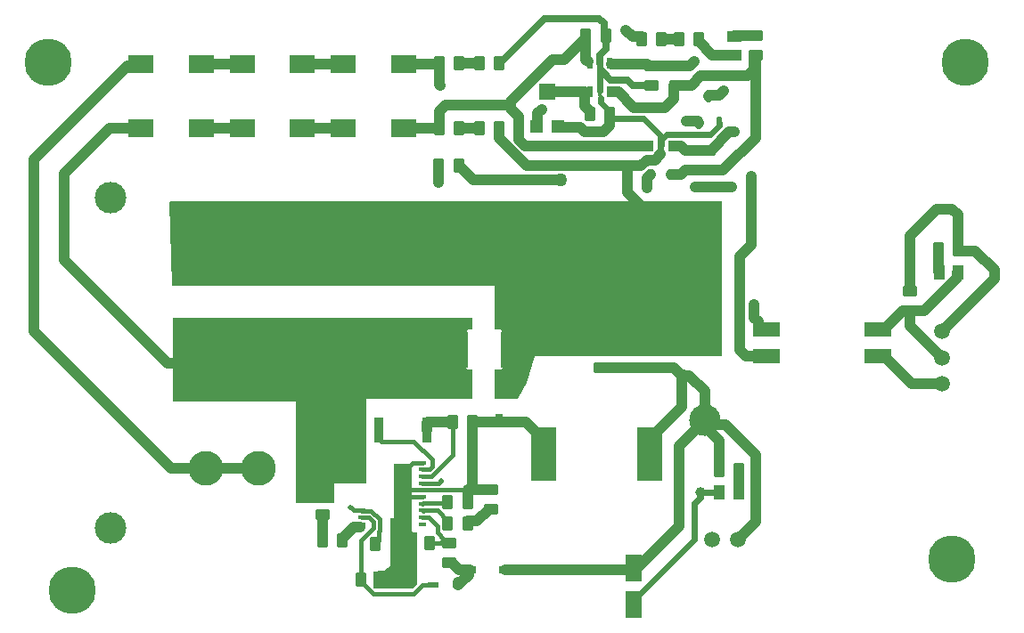
<source format=gtl>
G04*
G04 #@! TF.GenerationSoftware,Altium Limited,Altium Designer,23.8.1 (32)*
G04*
G04 Layer_Physical_Order=1*
G04 Layer_Color=255*
%FSLAX25Y25*%
%MOIN*%
G70*
G04*
G04 #@! TF.SameCoordinates,5A361EC5-2A83-46BB-980A-506F3EB005D7*
G04*
G04*
G04 #@! TF.FilePolarity,Positive*
G04*
G01*
G75*
%ADD16R,0.06299X0.09843*%
G04:AMPARAMS|DCode=17|XSize=39.37mil|YSize=55.91mil|CornerRadius=4.92mil|HoleSize=0mil|Usage=FLASHONLY|Rotation=90.000|XOffset=0mil|YOffset=0mil|HoleType=Round|Shape=RoundedRectangle|*
%AMROUNDEDRECTD17*
21,1,0.03937,0.04606,0,0,90.0*
21,1,0.02953,0.05591,0,0,90.0*
1,1,0.00984,0.02303,0.01476*
1,1,0.00984,0.02303,-0.01476*
1,1,0.00984,-0.02303,-0.01476*
1,1,0.00984,-0.02303,0.01476*
%
%ADD17ROUNDEDRECTD17*%
G04:AMPARAMS|DCode=18|XSize=39.37mil|YSize=55.91mil|CornerRadius=4.92mil|HoleSize=0mil|Usage=FLASHONLY|Rotation=0.000|XOffset=0mil|YOffset=0mil|HoleType=Round|Shape=RoundedRectangle|*
%AMROUNDEDRECTD18*
21,1,0.03937,0.04606,0,0,0.0*
21,1,0.02953,0.05591,0,0,0.0*
1,1,0.00984,0.01476,-0.02303*
1,1,0.00984,-0.01476,-0.02303*
1,1,0.00984,-0.01476,0.02303*
1,1,0.00984,0.01476,0.02303*
%
%ADD18ROUNDEDRECTD18*%
%ADD19R,0.04724X0.04724*%
%ADD20R,0.06299X0.05906*%
%ADD21R,0.03700X0.09800*%
%ADD22R,0.26200X0.26800*%
%ADD23R,0.03150X0.01772*%
%ADD24R,0.05700X0.13600*%
G04:AMPARAMS|DCode=25|XSize=40.55mil|YSize=20.47mil|CornerRadius=2.56mil|HoleSize=0mil|Usage=FLASHONLY|Rotation=0.000|XOffset=0mil|YOffset=0mil|HoleType=Round|Shape=RoundedRectangle|*
%AMROUNDEDRECTD25*
21,1,0.04055,0.01535,0,0,0.0*
21,1,0.03543,0.02047,0,0,0.0*
1,1,0.00512,0.01772,-0.00768*
1,1,0.00512,-0.01772,-0.00768*
1,1,0.00512,-0.01772,0.00768*
1,1,0.00512,0.01772,0.00768*
%
%ADD25ROUNDEDRECTD25*%
G04:AMPARAMS|DCode=26|XSize=47.64mil|YSize=28.74mil|CornerRadius=2.59mil|HoleSize=0mil|Usage=FLASHONLY|Rotation=0.000|XOffset=0mil|YOffset=0mil|HoleType=Round|Shape=RoundedRectangle|*
%AMROUNDEDRECTD26*
21,1,0.04764,0.02357,0,0,0.0*
21,1,0.04247,0.02874,0,0,0.0*
1,1,0.00517,0.02123,-0.01178*
1,1,0.00517,-0.02123,-0.01178*
1,1,0.00517,-0.02123,0.01178*
1,1,0.00517,0.02123,0.01178*
%
%ADD26ROUNDEDRECTD26*%
G04:AMPARAMS|DCode=27|XSize=47.64mil|YSize=28.74mil|CornerRadius=2.59mil|HoleSize=0mil|Usage=FLASHONLY|Rotation=90.000|XOffset=0mil|YOffset=0mil|HoleType=Round|Shape=RoundedRectangle|*
%AMROUNDEDRECTD27*
21,1,0.04764,0.02357,0,0,90.0*
21,1,0.04247,0.02874,0,0,90.0*
1,1,0.00517,0.01178,0.02123*
1,1,0.00517,0.01178,-0.02123*
1,1,0.00517,-0.01178,-0.02123*
1,1,0.00517,-0.01178,0.02123*
%
%ADD27ROUNDEDRECTD27*%
%ADD28R,0.05709X0.04331*%
%ADD29R,0.04331X0.05709*%
%ADD30R,0.09500X0.20500*%
G04:AMPARAMS|DCode=31|XSize=47.64mil|YSize=23.23mil|CornerRadius=5.81mil|HoleSize=0mil|Usage=FLASHONLY|Rotation=270.000|XOffset=0mil|YOffset=0mil|HoleType=Round|Shape=RoundedRectangle|*
%AMROUNDEDRECTD31*
21,1,0.04764,0.01161,0,0,270.0*
21,1,0.03602,0.02323,0,0,270.0*
1,1,0.01161,-0.00581,-0.01801*
1,1,0.01161,-0.00581,0.01801*
1,1,0.01161,0.00581,0.01801*
1,1,0.01161,0.00581,-0.01801*
%
%ADD31ROUNDEDRECTD31*%
%ADD32R,0.09700X0.06700*%
%ADD33R,0.02000X0.03850*%
%ADD34R,0.09843X0.05200*%
%ADD52C,0.05900*%
%ADD54R,0.07008X0.22362*%
%ADD55C,0.02362*%
%ADD56C,0.03937*%
%ADD57C,0.01575*%
%ADD58C,0.01181*%
%ADD59C,0.02756*%
%ADD60C,0.01968*%
%ADD61R,0.12992X0.12992*%
%ADD62C,0.12992*%
%ADD63C,0.11811*%
%ADD64C,0.17717*%
%ADD65C,0.03937*%
%ADD66C,0.05000*%
%ADD67C,0.01968*%
G36*
X283000Y99500D02*
X213000D01*
X210000Y89500D01*
X206500Y83500D01*
X198000D01*
Y94497D01*
X199900D01*
X200207Y94558D01*
X200468Y94732D01*
X200642Y94993D01*
X200703Y95300D01*
Y108700D01*
X200642Y109007D01*
X200468Y109268D01*
X200207Y109442D01*
X199900Y109503D01*
X198000D01*
Y126000D01*
X77254D01*
X76162Y157140D01*
X76509Y157500D01*
X283000D01*
Y99500D01*
D02*
G37*
G36*
X189500Y109503D02*
X188100D01*
X187793Y109442D01*
X187532Y109268D01*
X187358Y109007D01*
X187297Y108700D01*
Y108500D01*
Y95500D01*
Y95300D01*
X187358Y94993D01*
X187532Y94732D01*
X187793Y94558D01*
X188100Y94497D01*
X189500D01*
Y83500D01*
X150000D01*
Y52000D01*
X138000D01*
Y44500D01*
X123500D01*
Y82500D01*
X77500D01*
Y114000D01*
X189500D01*
Y109503D01*
D02*
G37*
G36*
X167000Y34000D02*
X167500Y33500D01*
X169000D01*
Y14302D01*
X167198Y12500D01*
X152763D01*
X152500Y12763D01*
Y19000D01*
X159000Y19685D01*
Y39000D01*
X167000D01*
Y34000D01*
D02*
G37*
D16*
X250000Y20279D02*
D03*
Y6500D02*
D03*
D17*
X256496Y200905D02*
D03*
Y208268D02*
D03*
X353136Y124005D02*
D03*
Y116642D02*
D03*
X196500Y49681D02*
D03*
Y42319D02*
D03*
X256609Y102684D02*
D03*
Y95322D02*
D03*
X247059Y102684D02*
D03*
Y95322D02*
D03*
X237509Y102684D02*
D03*
Y95322D02*
D03*
X247500Y170819D02*
D03*
Y178181D02*
D03*
X133500Y40319D02*
D03*
Y47681D02*
D03*
X181000Y29681D02*
D03*
Y22319D02*
D03*
X265748Y208268D02*
D03*
Y200905D02*
D03*
X295358Y219543D02*
D03*
Y212181D02*
D03*
X278000Y176681D02*
D03*
Y169319D02*
D03*
D18*
X153309Y29405D02*
D03*
X160671D02*
D03*
X147819Y16000D02*
D03*
X155181D02*
D03*
X133500Y30500D02*
D03*
X140862D02*
D03*
X187681Y45000D02*
D03*
X180319D02*
D03*
X239362Y219500D02*
D03*
X232000D02*
D03*
X240886Y190354D02*
D03*
X233524D02*
D03*
X173362Y29500D02*
D03*
X166000D02*
D03*
X180319Y37000D02*
D03*
X187681D02*
D03*
X189500Y75000D02*
D03*
X182138D02*
D03*
X289181Y57000D02*
D03*
X281819D02*
D03*
X177225Y184843D02*
D03*
X184587D02*
D03*
X192225D02*
D03*
X199587D02*
D03*
X260271Y218321D02*
D03*
X252909D02*
D03*
X274109D02*
D03*
X266746D02*
D03*
X184362Y171000D02*
D03*
X177000D02*
D03*
X363875Y139705D02*
D03*
X371237D02*
D03*
X184587Y209154D02*
D03*
X177225D02*
D03*
X199587D02*
D03*
X192225D02*
D03*
D19*
X213563Y185701D02*
D03*
X221437D02*
D03*
D20*
X217500Y198496D02*
D03*
D21*
X154484Y71800D02*
D03*
X172516D02*
D03*
D22*
X163500Y97000D02*
D03*
D23*
X148091Y54602D02*
D03*
Y57161D02*
D03*
Y59720D02*
D03*
Y41807D02*
D03*
Y39248D02*
D03*
Y36689D02*
D03*
X170926D02*
D03*
Y39248D02*
D03*
Y41807D02*
D03*
Y44366D02*
D03*
Y46925D02*
D03*
Y49484D02*
D03*
Y52043D02*
D03*
Y54602D02*
D03*
Y57161D02*
D03*
Y59720D02*
D03*
D24*
X185050Y102000D02*
D03*
X202950D02*
D03*
D25*
X174972Y14000D02*
D03*
X184028D02*
D03*
D26*
X201728Y19500D02*
D03*
X188500D02*
D03*
D27*
X199500Y88728D02*
D03*
Y75500D02*
D03*
X268000Y92386D02*
D03*
Y105614D02*
D03*
D28*
X287358Y212319D02*
D03*
Y219406D02*
D03*
D29*
X281957Y48500D02*
D03*
X289043D02*
D03*
X371099Y131005D02*
D03*
X364013D02*
D03*
D30*
X216150Y63000D02*
D03*
X255850D02*
D03*
D31*
X278000Y196941D02*
D03*
X281740Y187059D02*
D03*
X274260D02*
D03*
D32*
X88142Y184821D02*
D03*
X65542D02*
D03*
X125942D02*
D03*
X103342D02*
D03*
X163742Y184820D02*
D03*
X141142D02*
D03*
Y208987D02*
D03*
X163742D02*
D03*
X65542D02*
D03*
X88142D02*
D03*
X103342D02*
D03*
X125942D02*
D03*
D33*
X240945Y198463D02*
D03*
X233465D02*
D03*
Y209213D02*
D03*
X237205D02*
D03*
X240945D02*
D03*
X263740Y167625D02*
D03*
X256260D02*
D03*
Y178375D02*
D03*
X260000D02*
D03*
X263740D02*
D03*
D34*
X299476Y99528D02*
D03*
Y109528D02*
D03*
X341076Y99528D02*
D03*
Y109528D02*
D03*
D52*
X365136Y89219D02*
D03*
Y99062D02*
D03*
Y108905D02*
D03*
X279157Y31000D02*
D03*
X289000D02*
D03*
D54*
X163509Y48205D02*
D03*
D55*
X274699Y48199D02*
X275000Y48500D01*
X272500Y44500D02*
X274699Y46699D01*
X250000Y8272D02*
X272500Y30772D01*
Y44500D01*
X274699Y46699D02*
Y48199D01*
X250000Y6500D02*
Y8272D01*
X260000Y178375D02*
X260000Y178375D01*
X260000Y175293D02*
Y178375D01*
X275000Y48500D02*
X281957D01*
X237205Y199000D02*
Y209213D01*
X237461Y194606D02*
X240886Y191181D01*
X237461Y194606D02*
Y196380D01*
X240886Y190354D02*
Y191181D01*
X262174Y182518D02*
X278380D01*
X260181Y178556D02*
Y180525D01*
X281740Y185878D02*
Y187059D01*
X278380Y182518D02*
X281740Y185878D01*
X260181Y180525D02*
X262174Y182518D01*
X260000Y178375D02*
X260181Y178556D01*
X242165Y188740D02*
X242342Y188563D01*
X241673Y188740D02*
X242165D01*
X242342Y188563D02*
X253437D01*
X240886Y189527D02*
Y190020D01*
Y189527D02*
X241673Y188740D01*
X253437Y188563D02*
X259819Y182181D01*
Y178556D02*
X260000Y178375D01*
X259819Y178556D02*
Y182181D01*
D56*
X232500Y19500D02*
X235500D01*
X244000D01*
X275435Y74435D02*
X276500Y75500D01*
X244000Y19500D02*
X250500D01*
X189500Y49650D02*
Y75000D01*
X190327Y49681D02*
X196500D01*
X189500Y75000D02*
X199500D01*
X209650D01*
X187681Y45000D02*
Y49583D01*
X294806Y206806D02*
Y212181D01*
X264921Y195921D02*
Y200905D01*
X231500Y193205D02*
Y198500D01*
X217500Y198496D02*
X217504Y198500D01*
X231500D01*
Y193205D02*
X233524Y191181D01*
Y190354D02*
Y191181D01*
X289500Y136885D02*
X294000Y141385D01*
X289500Y101834D02*
Y136885D01*
Y101834D02*
X291806Y99528D01*
X299476D01*
X89764Y57677D02*
X109449D01*
X371237Y138878D02*
Y152457D01*
X377622Y138878D02*
X384735Y131765D01*
X371237Y138878D02*
X377622D01*
X365136Y108905D02*
X384735Y128504D01*
Y131765D01*
X363875Y131142D02*
Y139705D01*
Y131142D02*
X364013Y131005D01*
X353136Y124005D02*
Y144636D01*
X363263Y154763D01*
X368931D02*
X371237Y152457D01*
X363263Y154763D02*
X368931D01*
X353136Y116642D02*
X358568D01*
X370902Y128977D01*
Y130808D01*
X371099Y131005D01*
X343397Y109528D02*
X350512Y116642D01*
X341076Y109528D02*
X343397D01*
X350512Y116642D02*
X353136D01*
Y111062D02*
X365136Y99062D01*
X353136Y111062D02*
Y116642D01*
X343397Y99528D02*
X353706Y89219D01*
X365136D01*
X341076Y99528D02*
X343397D01*
X76823Y57677D02*
X89764D01*
X25500Y109000D02*
Y173343D01*
Y109000D02*
X76823Y57677D01*
X249352Y219148D02*
X252909D01*
X240886Y185806D02*
Y189527D01*
X254812Y173000D02*
X257707D01*
X260000Y175293D01*
X252631Y170819D02*
X254812Y173000D01*
X247500Y170819D02*
X252631D01*
X199587Y181107D02*
X209875Y170819D01*
X247500D01*
X199587Y181107D02*
Y184843D01*
X184362Y170173D02*
X185189D01*
X189862Y165500D01*
X184362Y170173D02*
Y171000D01*
X189862Y165500D02*
X222212D01*
X177225Y184820D02*
Y191194D01*
X179531Y193500D01*
X203776D01*
X285646Y183500D02*
X287500D01*
X278000Y176681D02*
X278827D01*
X285646Y183500D01*
X294000Y141385D02*
Y167000D01*
X247500Y161000D02*
X276500Y132000D01*
X247500Y161000D02*
Y170819D01*
X284000Y170000D02*
X295358Y181358D01*
Y212181D01*
X273847Y187472D02*
X274260Y187059D01*
X269528Y187472D02*
X273847D01*
X269500Y187500D02*
X269528Y187472D01*
X256496Y208268D02*
X265748D01*
X255669D02*
X256496D01*
X265748D02*
X270768D01*
X272500Y210000D01*
X252909Y218321D02*
Y219148D01*
X247000Y221500D02*
X249352Y219148D01*
X177000Y164500D02*
Y171000D01*
X163742Y208987D02*
X177225D01*
Y209154D01*
Y201275D02*
Y208987D01*
Y201275D02*
X177500Y201000D01*
X255000Y162500D02*
Y166365D01*
X256260Y167625D01*
X278000Y169319D02*
X283319D01*
X284000Y170000D01*
X263740Y167625D02*
X267605D01*
X269299Y169319D01*
X278000D01*
X295000Y114003D02*
Y119000D01*
X297154Y109528D02*
X299476D01*
X296523Y110159D02*
X297154Y109528D01*
X296523Y110159D02*
Y112480D01*
X295000Y114003D02*
X296523Y112480D01*
X273000Y163000D02*
X286500D01*
X213563Y185701D02*
X213957Y186094D01*
Y190457D01*
X215500Y192000D01*
X241500Y209000D02*
X254937D01*
X255669Y208268D01*
X267605Y178375D02*
X269299Y176681D01*
X278000D01*
X265000Y178375D02*
X267605D01*
X278413Y197354D02*
X281854D01*
X283500Y199000D01*
X278000Y196941D02*
X278413Y197354D01*
X260271Y218321D02*
X266746D01*
X279284Y212319D02*
X287358D01*
X274109Y217495D02*
X279284Y212319D01*
X274109Y217495D02*
Y218321D01*
X287358Y219406D02*
X287496Y219543D01*
X295358D01*
X292500Y204500D02*
X294806Y206806D01*
Y212181D02*
X295358D01*
X275000Y204500D02*
X292500D01*
X271406Y200905D02*
X275000Y204500D01*
X265748Y200905D02*
X271406D01*
X261500Y192500D02*
X264921Y195921D01*
Y200905D02*
X265748D01*
X250000Y192500D02*
X261500D01*
X244037Y198463D02*
X250000Y192500D01*
X242500Y198463D02*
X244037D01*
X231512Y183500D02*
X238580D01*
X221437Y185701D02*
X221831Y185307D01*
X229705D01*
X231512Y183500D01*
X238580D02*
X240886Y185806D01*
X232000Y218673D02*
Y219500D01*
Y210678D02*
Y218673D01*
X163742Y184820D02*
X177225D01*
X232000Y210678D02*
X232839Y209839D01*
X223959Y210632D02*
X232000Y218673D01*
X219636Y210632D02*
X223959D01*
X203776Y194771D02*
X219636Y210632D01*
X203776Y192225D02*
Y194771D01*
X247500Y178181D02*
X254819D01*
X209194D02*
X247500D01*
X206888Y180487D02*
Y189112D01*
Y180487D02*
X209194Y178181D01*
X203776Y192225D02*
X206888Y189112D01*
X184587Y184843D02*
X192225D01*
X184587Y209154D02*
X192225D01*
X125942Y208987D02*
X141142D01*
X88142D02*
X103342D01*
X125942Y184821D02*
X125942Y184821D01*
X141141D01*
X141142Y184820D01*
X88142Y184821D02*
X103342D01*
X75453Y97047D02*
X89764D01*
X37000Y135500D02*
X75453Y97047D01*
X37000Y135500D02*
Y168000D01*
X53821Y184821D01*
X65542D01*
X60350Y208193D02*
X64748D01*
X65542Y208987D01*
X25500Y173343D02*
X60350Y208193D01*
X276500Y75500D02*
X278007Y73993D01*
X284007D01*
X295500Y62500D01*
Y37500D02*
Y62500D01*
X289000Y31000D02*
X295500Y37500D01*
X289043Y48500D02*
X289181Y48638D01*
Y57000D01*
X276500Y73369D02*
X281819Y68050D01*
Y57000D02*
Y68050D01*
X267000Y66000D02*
X275435Y74435D01*
X267000Y36000D02*
Y66000D01*
X250500Y19500D02*
X267000Y36000D01*
X276500Y75500D02*
Y86500D01*
X201728Y19500D02*
X232500D01*
X268000Y92386D02*
X270614D01*
X276500Y86500D01*
X256609Y95322D02*
X264946D01*
X247059D02*
X256609D01*
X237509D02*
X247059D01*
X264946D02*
X267882Y92386D01*
X268000D01*
Y80650D02*
Y92386D01*
X255850Y63000D02*
Y68500D01*
X268000Y80650D01*
X209650Y75000D02*
X216150Y68500D01*
Y63000D02*
Y68500D01*
X187681Y37827D02*
X191181D01*
X195673Y42319D01*
X187681Y37000D02*
Y37827D01*
X195673Y42319D02*
X196500D01*
X172516Y74613D02*
X172903Y75000D01*
X182138D01*
X172516Y71800D02*
Y74613D01*
X188087Y17613D02*
Y19087D01*
X185249Y14776D02*
X188087Y17613D01*
Y19087D02*
X188500Y19500D01*
X184087Y14776D02*
X185249D01*
X184646Y19500D02*
X188500D01*
X184028Y14000D02*
Y14717D01*
X184087Y14776D01*
X181000Y22319D02*
X181827D01*
X184646Y19500D01*
X145035Y35500D02*
X147500D01*
X140862Y30500D02*
Y31327D01*
X145035Y35500D01*
X133500Y31327D02*
X133500Y31327D01*
Y40319D01*
X133500Y30500D02*
Y31327D01*
D57*
X187681Y49583D02*
X190327D01*
X171024D02*
X187681D01*
X170968Y14000D02*
X174972D01*
X167469Y10500D02*
X170968Y14000D01*
X147993Y41906D02*
X148091Y41807D01*
X145201Y41906D02*
X147993D01*
X144106Y43000D02*
X145201Y41906D01*
X144000Y43000D02*
X144106D01*
X176937Y52043D02*
X177893Y53000D01*
X178000D01*
X170926Y52043D02*
X176937D01*
X167249Y59622D02*
X170828D01*
X170926Y59720D01*
X163509Y55882D02*
X167249Y59622D01*
X163509Y48205D02*
Y55882D01*
X170926Y49484D02*
X171024Y49583D01*
X164788Y49484D02*
X170926D01*
X163509Y47000D02*
Y48205D01*
Y40528D02*
Y47000D01*
X163584Y46925D02*
X170926D01*
X163509Y47000D02*
X163584Y46925D01*
X163509Y48205D02*
X164788Y49484D01*
X171024Y44464D02*
X179783D01*
X170926Y44366D02*
X171024Y44464D01*
X179783D02*
X180319Y45000D01*
X170926Y41807D02*
X176339D01*
X180319Y37827D01*
Y37000D02*
Y37827D01*
X173362Y29500D02*
X177484D01*
X178992Y31008D01*
X176500Y33500D02*
Y35803D01*
X173153Y39150D02*
X176500Y35803D01*
Y33500D02*
X178992Y31008D01*
X173362Y30327D02*
X174543Y31508D01*
X173362Y29500D02*
Y30327D01*
X167647Y67687D02*
X174427Y60907D01*
X155547Y67687D02*
X167647D01*
X173419Y57260D02*
X174427Y58268D01*
Y60907D01*
X171025Y57260D02*
X173419D01*
X154484Y68750D02*
X155547Y67687D01*
X154484Y68750D02*
Y71800D01*
X170926Y57161D02*
X171025Y57260D01*
X174201Y54701D02*
X182138Y62638D01*
X171024Y54701D02*
X174201D01*
X182138Y62638D02*
Y75000D01*
X170926Y54602D02*
X171024Y54701D01*
X179929Y37209D02*
X180138Y37000D01*
X170926Y41807D02*
X171024Y41709D01*
X171025Y39150D02*
X173153D01*
X170926Y39248D02*
X171025Y39150D01*
X163509Y32991D02*
Y40528D01*
Y32991D02*
X164819Y31681D01*
Y30681D02*
Y31681D01*
Y30681D02*
X166000Y29500D01*
X160671Y29405D02*
Y37690D01*
X163509Y40528D01*
X155181Y16827D02*
X160671Y22317D01*
Y29405D01*
X155181Y16000D02*
Y16827D01*
X152492Y10500D02*
X167469D01*
X147819Y15173D02*
Y16000D01*
Y15173D02*
X152492Y10500D01*
X151632Y41709D02*
X154862Y38478D01*
X148190Y41709D02*
X151632D01*
X154862Y34320D02*
Y38478D01*
X154490Y33948D02*
X154862Y34320D01*
X154490Y30586D02*
Y33948D01*
X148091Y41807D02*
X148190Y41709D01*
X153309Y29405D02*
X154490Y30586D01*
X147819Y30618D02*
X152500Y35299D01*
Y37500D01*
X147819Y16000D02*
Y30618D01*
X150850Y39150D02*
X152500Y37500D01*
X148190Y39150D02*
X150850D01*
X148091Y39248D02*
X148190Y39150D01*
D58*
X237205Y197330D02*
Y199000D01*
X240886Y190020D02*
Y190354D01*
D59*
X199587Y209980D02*
X200177Y210571D01*
X201004D02*
X216433Y226000D01*
X199587Y209154D02*
Y209980D01*
X200177Y210571D02*
X201004D01*
X216433Y226000D02*
X237000D01*
X238772Y224228D01*
Y220091D02*
Y224228D01*
Y220091D02*
X239362Y219500D01*
X249467Y200905D02*
X256496D01*
X247373Y203000D02*
X249467Y200905D01*
X241171Y203000D02*
X247373D01*
X237366Y206805D02*
X241171Y203000D01*
X239362Y214453D02*
Y219500D01*
X237205Y212296D02*
X239362Y214453D01*
X237205Y209213D02*
Y212296D01*
D60*
X298456Y99494D02*
X299456D01*
X298456Y99528D02*
X299476D01*
D61*
X109449Y136417D02*
D03*
X89764D02*
D03*
D62*
X109449Y97047D02*
D03*
X89764D02*
D03*
X109449Y57677D02*
D03*
X89764D02*
D03*
D63*
X54331Y35118D02*
D03*
Y158976D02*
D03*
X276500Y132000D02*
D03*
Y75500D02*
D03*
D64*
X368799Y23622D02*
D03*
X373697Y209705D02*
D03*
X39764Y11909D02*
D03*
X30816Y209705D02*
D03*
D65*
X275000Y48500D02*
D03*
X287500Y183500D02*
D03*
X294000Y167000D02*
D03*
X269500Y187500D02*
D03*
X272500Y210000D02*
D03*
X247000Y221500D02*
D03*
X177000Y164500D02*
D03*
X177500Y201000D02*
D03*
X255000Y162500D02*
D03*
X284000Y170000D02*
D03*
X286500Y163000D02*
D03*
X295000Y119000D02*
D03*
X273000Y163000D02*
D03*
X215500Y192000D02*
D03*
X283500Y199000D02*
D03*
X279284Y212319D02*
D03*
D66*
X222500Y165500D02*
D03*
D67*
X144000Y43000D02*
D03*
X178000Y53000D02*
D03*
M02*

</source>
